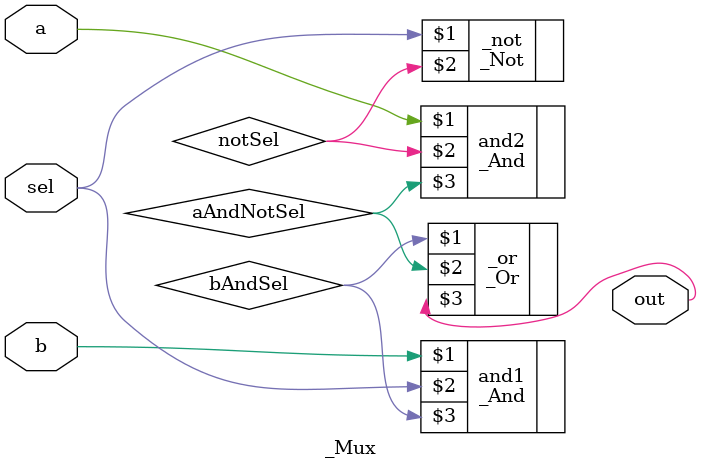
<source format=v>
module _Mux(
    input a, b, sel,
    output out
);

    wire bAndSel;
    wire notSel;
    wire aAndNotSel;

    _And and1(b, sel, bAndSel);
    _Not _not(sel, notSel);
    _And and2(a, notSel, aAndNotSel);
    _Or _or(bAndSel, aAndNotSel, out);


endmodule
</source>
